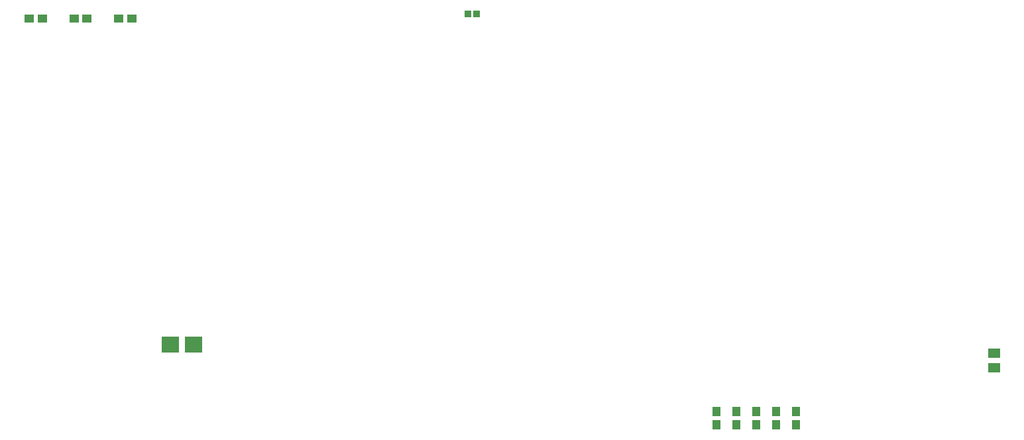
<source format=gbr>
G04 EAGLE Gerber RS-274X export*
G75*
%MOMM*%
%FSLAX34Y34*%
%LPD*%
%INSolderpaste Bottom*%
%IPPOS*%
%AMOC8*
5,1,8,0,0,1.08239X$1,22.5*%
G01*
%ADD10R,0.850000X0.900000*%
%ADD11R,1.500000X1.300000*%
%ADD12R,2.200000X2.000000*%
%ADD13R,1.255000X1.106000*%
%ADD14R,1.106000X1.255000*%


D10*
X862880Y848360D03*
X874480Y848360D03*
D11*
X1535430Y414630D03*
X1535430Y395630D03*
D12*
X482840Y425450D03*
X512840Y425450D03*
D13*
X302890Y842010D03*
X319410Y842010D03*
X360040Y842010D03*
X376560Y842010D03*
X417190Y842010D03*
X433710Y842010D03*
D14*
X1282700Y323210D03*
X1282700Y339730D03*
X1257300Y323210D03*
X1257300Y339730D03*
X1231900Y323210D03*
X1231900Y339730D03*
X1206500Y323210D03*
X1206500Y339730D03*
X1181100Y323210D03*
X1181100Y339730D03*
M02*

</source>
